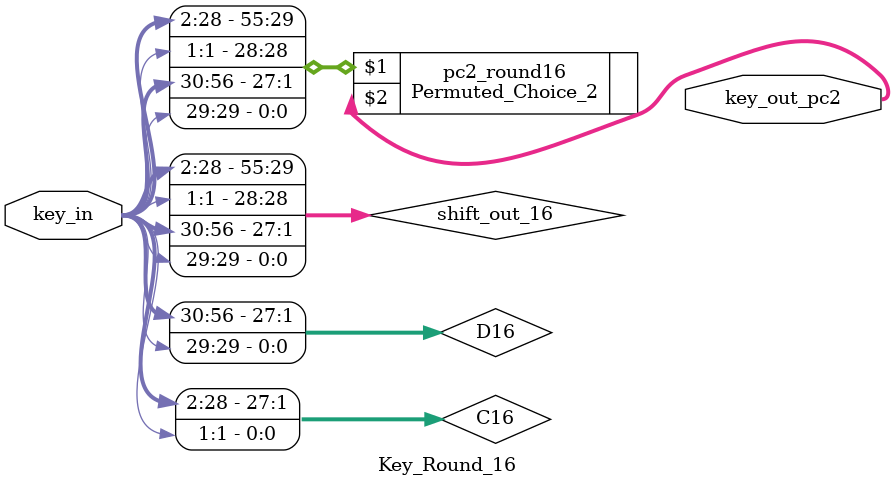
<source format=v>
`timescale 1ns / 1ps
module Key_Round_16(
    input [1:56] key_in,
    output [1:48] key_out_pc2
    );

wire [1:28] C16,D16;
wire [1:56] shift_out_16;
assign C16={key_in[2:28],key_in[1]};
assign D16={key_in[30:56],key_in[29]};
assign shift_out_16={C16,D16};

Permuted_Choice_2 pc2_round16(shift_out_16, key_out_pc2);
endmodule

</source>
